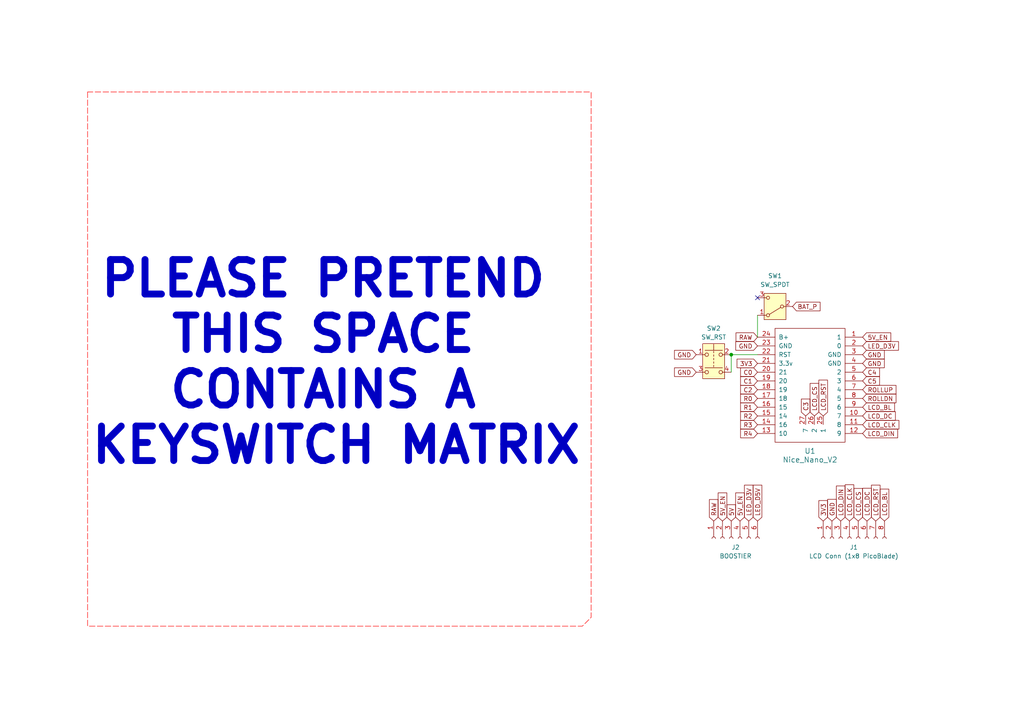
<source format=kicad_sch>
(kicad_sch (version 20250114) (generator "eeschema") (generator_version "9.0")
  (paper "A4")
  (lib_symbols
    (symbol "Connector:Conn_01x06_Socket" (pin_names (offset 1.016) (hide yes))
      (property "Reference" "J" (at 0 7.62 0))
      (property "Value" "Conn_01x06_Socket" (at 0 -10.16 0))
      (symbol "Conn_01x06_Socket_1_1"
        (polyline (pts (xy -1.27 5.08) (xy -0.508 5.08)) (stroke (width 0.1524)))
        (polyline (pts (xy -1.27 2.54) (xy -0.508 2.54)) (stroke (width 0.1524)))
        (polyline (pts (xy -1.27 0) (xy -0.508 0)) (stroke (width 0.1524)))
        (polyline (pts (xy -1.27 -2.54) (xy -0.508 -2.54)) (stroke (width 0.1524)))
        (polyline (pts (xy -1.27 -5.08) (xy -0.508 -5.08)) (stroke (width 0.1524)))
        (polyline (pts (xy -1.27 -7.62) (xy -0.508 -7.62)) (stroke (width 0.1524)))
        (arc (start 0 4.572) (mid -0.5058 5.08) (end 0 5.588) (stroke (width 0.1524)))
        (arc (start 0 2.032) (mid -0.5058 2.54) (end 0 3.048) (stroke (width 0.1524)))
        (arc (start 0 -0.508) (mid -0.5058 0) (end 0 0.508) (stroke (width 0.1524)))
        (arc (start 0 -3.048) (mid -0.5058 -2.54) (end 0 -2.032) (stroke (width 0.1524)))
        (arc (start 0 -5.588) (mid -0.5058 -5.08) (end 0 -4.572) (stroke (width 0.1524)))
        (arc (start 0 -8.128) (mid -0.5058 -7.62) (end 0 -7.112) (stroke (width 0.1524)))
        (pin passive line (at -5.08 5.08 0) (length 3.81) (name "Pin_1") (number "1"))
        (pin passive line (at -5.08 2.54 0) (length 3.81) (name "Pin_2") (number "2"))
        (pin passive line (at -5.08 0 0) (length 3.81) (name "Pin_3") (number "3"))
        (pin passive line (at -5.08 -2.54 0) (length 3.81) (name "Pin_4") (number "4"))
        (pin passive line (at -5.08 -5.08 0) (length 3.81) (name "Pin_5") (number "5"))
        (pin passive line (at -5.08 -7.62 0) (length 3.81) (name "Pin_6") (number "6"))
      )
    )
    (symbol "Connector:Conn_01x08_Socket" (pin_names (offset 1.016) (hide yes))
      (property "Reference" "J" (at 0 10.16 0))
      (property "Value" "Conn_01x08_Socket" (at 0 -12.7 0))
      (symbol "Conn_01x08_Socket_1_1"
        (polyline (pts (xy -1.27 7.62) (xy -0.508 7.62)) (stroke (width 0.1524)))
        (polyline (pts (xy -1.27 5.08) (xy -0.508 5.08)) (stroke (width 0.1524)))
        (polyline (pts (xy -1.27 2.54) (xy -0.508 2.54)) (stroke (width 0.1524)))
        (polyline (pts (xy -1.27 0) (xy -0.508 0)) (stroke (width 0.1524)))
        (polyline (pts (xy -1.27 -2.54) (xy -0.508 -2.54)) (stroke (width 0.1524)))
        (polyline (pts (xy -1.27 -5.08) (xy -0.508 -5.08)) (stroke (width 0.1524)))
        (polyline (pts (xy -1.27 -7.62) (xy -0.508 -7.62)) (stroke (width 0.1524)))
        (polyline (pts (xy -1.27 -10.16) (xy -0.508 -10.16)) (stroke (width 0.1524)))
        (arc (start 0 7.112) (mid -0.5058 7.62) (end 0 8.128) (stroke (width 0.1524)))
        (arc (start 0 4.572) (mid -0.5058 5.08) (end 0 5.588) (stroke (width 0.1524)))
        (arc (start 0 2.032) (mid -0.5058 2.54) (end 0 3.048) (stroke (width 0.1524)))
        (arc (start 0 -0.508) (mid -0.5058 0) (end 0 0.508) (stroke (width 0.1524)))
        (arc (start 0 -3.048) (mid -0.5058 -2.54) (end 0 -2.032) (stroke (width 0.1524)))
        (arc (start 0 -5.588) (mid -0.5058 -5.08) (end 0 -4.572) (stroke (width 0.1524)))
        (arc (start 0 -8.128) (mid -0.5058 -7.62) (end 0 -7.112) (stroke (width 0.1524)))
        (arc (start 0 -10.668) (mid -0.5058 -10.16) (end 0 -9.652) (stroke (width 0.1524)))
        (pin passive line (at -5.08 7.62 0) (length 3.81) (name "Pin_1") (number "1"))
        (pin passive line (at -5.08 5.08 0) (length 3.81) (name "Pin_2") (number "2"))
        (pin passive line (at -5.08 2.54 0) (length 3.81) (name "Pin_3") (number "3"))
        (pin passive line (at -5.08 0 0) (length 3.81) (name "Pin_4") (number "4"))
        (pin passive line (at -5.08 -2.54 0) (length 3.81) (name "Pin_5") (number "5"))
        (pin passive line (at -5.08 -5.08 0) (length 3.81) (name "Pin_6") (number "6"))
        (pin passive line (at -5.08 -7.62 0) (length 3.81) (name "Pin_7") (number "7"))
        (pin passive line (at -5.08 -10.16 0) (length 3.81) (name "Pin_8") (number "8"))
      )
    )
    (symbol "ScottoKeebs:MCU_Nice_Nano_V2" (pin_names (offset 1.016))
      (property "Reference" "U" (at 0 0 0))
      (property "Value" "Nice_Nano_V2" (at 0 -19.05 0))
      (symbol "MCU_Nice_Nano_V2_0_1"
        (rectangle (start -10.16 16.51) (end 10.16 -16.51))
      )
      (symbol "MCU_Nice_Nano_V2_1_1"
        (pin input line (at -15.24 13.97 0) (length 5.08) (name "1") (number "1"))
        (pin input line (at -15.24 11.43 0) (length 5.08) (name "0") (number "2"))
        (pin input line (at -15.24 8.89 0) (length 5.08) (name "GND") (number "3"))
        (pin input line (at -15.24 6.35 0) (length 5.08) (name "GND") (number "4"))
        (pin input line (at -15.24 3.81 0) (length 5.08) (name "2") (number "5"))
        (pin input line (at -15.24 1.27 0) (length 5.08) (name "3") (number "6"))
        (pin input line (at -15.24 -1.27 0) (length 5.08) (name "4") (number "7"))
        (pin input line (at -15.24 -3.81 0) (length 5.08) (name "5") (number "8"))
        (pin input line (at -15.24 -6.35 0) (length 5.08) (name "6") (number "9"))
        (pin input line (at -15.24 -8.89 0) (length 5.08) (name "7") (number "10"))
        (pin input line (at -15.24 -11.43 0) (length 5.08) (name "8") (number "11"))
        (pin input line (at -15.24 -13.97 0) (length 5.08) (name "9") (number "12"))
        (pin input line (at -3.81 -8.89 270) (length 2.5) (name "1") (number "25"))
        (pin input line (at -1.27 -8.89 270) (length 2.5) (name "2") (number "26"))
        (pin input line (at 1.27 -8.89 270) (length 2.5) (name "7") (number "27"))
        (pin input line (at 15.24 13.97 180) (length 5.08) (name "B+") (number "24"))
        (pin input line (at 15.24 11.43 180) (length 5.08) (name "GND") (number "23"))
        (pin input line (at 15.24 8.89 180) (length 5.08) (name "RST") (number "22"))
        (pin input line (at 15.24 6.35 180) (length 5.08) (name "3.3v") (number "21"))
        (pin input line (at 15.24 3.81 180) (length 5.08) (name "21") (number "20"))
        (pin input line (at 15.24 1.27 180) (length 5.08) (name "20") (number "19"))
        (pin input line (at 15.24 -1.27 180) (length 5.08) (name "19") (number "18"))
        (pin input line (at 15.24 -3.81 180) (length 5.08) (name "18") (number "17"))
        (pin input line (at 15.24 -6.35 180) (length 5.08) (name "15") (number "16"))
        (pin input line (at 15.24 -8.89 180) (length 5.08) (name "14") (number "15"))
        (pin input line (at 15.24 -11.43 180) (length 5.08) (name "16") (number "14"))
        (pin input line (at 15.24 -13.97 180) (length 5.08) (name "10") (number "13"))
      )
    )
    (symbol "Switch:SW_Push_Dual" (pin_names (offset 1.016) (hide yes))
      (property "Reference" "SW" (at 0 7.62 0))
      (property "Value" "SW_Push_Dual" (at 0 -6.35 0))
      (symbol "SW_Push_Dual_0_1"
        (circle (center -2.032 2.54) (radius 0.508))
        (circle (center -2.032 -2.54) (radius 0.508))
        (polyline (pts (xy 0 3.81) (xy 0 5.588)))
        (polyline (pts (xy 0 3.048) (xy 0 3.556)))
        (polyline (pts (xy 0 2.032) (xy 0 2.54)))
        (polyline (pts (xy 0 1.016) (xy 0 1.524)))
        (polyline (pts (xy 0 0.508) (xy 0 0)))
        (polyline (pts (xy 0 -0.508) (xy 0 -1.016)))
        (circle (center 2.032 2.54) (radius 0.508))
        (circle (center 2.032 -2.54) (radius 0.508))
        (polyline (pts (xy 2.54 3.81) (xy -2.54 3.81)))
        (polyline (pts (xy 2.54 -1.27) (xy -2.54 -1.27)))
        (pin passive line (at -5.08 2.54 0) (length 2.54) (name "1") (number "1"))
        (pin passive line (at -5.08 -2.54 0) (length 2.54) (name "3") (number "3"))
        (pin passive line (at 5.08 2.54 180) (length 2.54) (name "2") (number "2"))
        (pin passive line (at 5.08 -2.54 180) (length 2.54) (name "4") (number "4"))
      )
      (symbol "SW_Push_Dual_1_1"
        (rectangle (start -3.175 5.715) (end 3.175 -4.445) (fill (type background)))
      )
    )
    (symbol "Switch:SW_SPDT" (pin_names (offset 0) (hide yes))
      (property "Reference" "SW" (at 0 5.08 0))
      (property "Value" "SW_SPDT" (at 0 -5.08 0))
      (symbol "SW_SPDT_0_1"
        (circle (center -2.032 0) (radius 0.4572))
        (polyline (pts (xy -1.651 0.254) (xy 1.651 2.286)))
        (circle (center 2.032 2.54) (radius 0.4572))
        (circle (center 2.032 -2.54) (radius 0.4572))
      )
      (symbol "SW_SPDT_1_1"
        (rectangle (start -3.175 3.81) (end 3.175 -3.81) (fill (type background)))
        (pin passive line (at -5.08 0 0) (length 2.54) (name "B") (number "2"))
        (pin passive line (at 5.08 2.54 180) (length 2.54) (name "A") (number "1"))
        (pin passive line (at 5.08 -2.54 180) (length 2.54) (name "C") (number "3"))
      )
    )
  )
  (text "PLEASE PRETEND \nTHIS SPACE \nCONTAINS A \nKEYSWITCH MATRIX" (at 97.536 105.156 0) (effects (font (size 10 10) (thickness 2) (bold yes))))
  (junction (at 212.09 102.87))
  (no_connect (at 219.71 86.36))
  (wire (pts (xy 212.09 102.87) (xy 219.71 102.87)))
  (wire (pts (xy 219.71 91.44) (xy 219.71 97.79)))
  (wire (pts (xy 212.09 102.87) (xy 212.09 107.95)))
  (global_label "GND" (shape input) (at 201.93 107.95 180) (property "Intersheetrefs" "${INTERSHEET_REFS}" (effects (hide yes))))
  (global_label "C3" (shape input) (at 233.68 120.65 90) (property "Intersheetrefs" "${INTERSHEET_REFS}" (effects (hide yes))))
  (global_label "C5" (shape input) (at 250.19 110.49 0) (property "Intersheetrefs" "${INTERSHEET_REFS}" (effects (hide yes))))
  (global_label "LCD_CLK" (shape input) (at 250.19 123.19 0) (property "Intersheetrefs" "${INTERSHEET_REFS}" (effects (hide yes))))
  (global_label "RAW" (shape input) (at 219.71 97.79 180) (property "Intersheetrefs" "${INTERSHEET_REFS}" (effects (hide yes))))
  (global_label "BAT_P" (shape input) (at 229.87 88.9 0) (property "Intersheetrefs" "${INTERSHEET_REFS}" (effects (hide yes))))
  (global_label "R4" (shape input) (at 219.71 125.73 180) (property "Intersheetrefs" "${INTERSHEET_REFS}" (effects (hide yes))))
  (global_label "GND" (shape input) (at 250.19 105.41 0) (property "Intersheetrefs" "${INTERSHEET_REFS}" (effects (hide yes))))
  (global_label "ROLLDN" (shape input) (at 250.19 115.57 0) (property "Intersheetrefs" "${INTERSHEET_REFS}" (effects (hide yes))))
  (global_label "5V_EN" (shape input) (at 209.55 151.13 90) (property "Intersheetrefs" "${INTERSHEET_REFS}" (effects (hide yes))))
  (global_label "LCD_DIN" (shape input) (at 250.19 125.73 0) (property "Intersheetrefs" "${INTERSHEET_REFS}" (effects (hide yes))))
  (global_label "5V_EN" (shape input) (at 214.63 151.13 90) (property "Intersheetrefs" "${INTERSHEET_REFS}" (effects (hide yes))))
  (global_label "LCD_RST" (shape input) (at 238.76 120.65 90) (property "Intersheetrefs" "${INTERSHEET_REFS}" (effects (hide yes))))
  (global_label "C1" (shape input) (at 219.71 110.49 180) (property "Intersheetrefs" "${INTERSHEET_REFS}" (effects (hide yes))))
  (global_label "LCD_DIN" (shape input) (at 243.84 151.13 90) (property "Intersheetrefs" "${INTERSHEET_REFS}" (effects (hide yes))))
  (global_label "LED_D5V" (shape input) (at 219.71 151.13 90) (property "Intersheetrefs" "${INTERSHEET_REFS}" (effects (hide yes))))
  (global_label "3V3" (shape input) (at 238.76 151.13 90) (property "Intersheetrefs" "${INTERSHEET_REFS}" (effects (hide yes))))
  (global_label "LCD_DC" (shape input) (at 251.46 151.13 90) (property "Intersheetrefs" "${INTERSHEET_REFS}" (effects (hide yes))))
  (global_label "GND" (shape input) (at 219.71 100.33 180) (property "Intersheetrefs" "${INTERSHEET_REFS}" (effects (hide yes))))
  (global_label "LCD_CLK" (shape input) (at 246.38 151.13 90) (property "Intersheetrefs" "${INTERSHEET_REFS}" (effects (hide yes))))
  (global_label "LED_D3V" (shape input) (at 217.17 151.13 90) (property "Intersheetrefs" "${INTERSHEET_REFS}" (effects (hide yes))))
  (global_label "C4" (shape input) (at 250.19 107.95 0) (property "Intersheetrefs" "${INTERSHEET_REFS}" (effects (hide yes))))
  (global_label "5V" (shape input) (at 212.09 151.13 90) (property "Intersheetrefs" "${INTERSHEET_REFS}" (effects (hide yes))))
  (global_label "5V_EN" (shape input) (at 250.19 97.79 0) (property "Intersheetrefs" "${INTERSHEET_REFS}" (effects (hide yes))))
  (global_label "GND" (shape input) (at 250.19 102.87 0) (property "Intersheetrefs" "${INTERSHEET_REFS}" (effects (hide yes))))
  (global_label "R2" (shape input) (at 219.71 120.65 180) (property "Intersheetrefs" "${INTERSHEET_REFS}" (effects (hide yes))))
  (global_label "R3" (shape input) (at 219.71 123.19 180) (property "Intersheetrefs" "${INTERSHEET_REFS}" (effects (hide yes))))
  (global_label "R1" (shape input) (at 219.71 118.11 180) (property "Intersheetrefs" "${INTERSHEET_REFS}" (effects (hide yes))))
  (global_label "GND" (shape input) (at 241.3 151.13 90) (property "Intersheetrefs" "${INTERSHEET_REFS}" (effects (hide yes))))
  (global_label "R0" (shape input) (at 219.71 115.57 180) (property "Intersheetrefs" "${INTERSHEET_REFS}" (effects (hide yes))))
  (global_label "LCD_CS" (shape input) (at 248.92 151.13 90) (property "Intersheetrefs" "${INTERSHEET_REFS}" (effects (hide yes))))
  (global_label "RAW" (shape input) (at 207.01 151.13 90) (property "Intersheetrefs" "${INTERSHEET_REFS}" (effects (hide yes))))
  (global_label "LCD_BL" (shape input) (at 256.54 151.13 90) (property "Intersheetrefs" "${INTERSHEET_REFS}" (effects (hide yes))))
  (global_label "GND" (shape input) (at 201.93 102.87 180) (property "Intersheetrefs" "${INTERSHEET_REFS}" (effects (hide yes))))
  (global_label "LED_D3V" (shape input) (at 250.19 100.33 0) (property "Intersheetrefs" "${INTERSHEET_REFS}" (effects (hide yes))))
  (global_label "LCD_CS" (shape input) (at 236.22 120.65 90) (property "Intersheetrefs" "${INTERSHEET_REFS}" (effects (hide yes))))
  (global_label "C2" (shape input) (at 219.71 113.03 180) (property "Intersheetrefs" "${INTERSHEET_REFS}" (effects (hide yes))))
  (global_label "LCD_RST" (shape input) (at 254 151.13 90) (property "Intersheetrefs" "${INTERSHEET_REFS}" (effects (hide yes))))
  (global_label "3V3" (shape input) (at 219.71 105.41 180) (property "Intersheetrefs" "${INTERSHEET_REFS}" (effects (hide yes))))
  (global_label "LCD_DC" (shape input) (at 250.19 120.65 0) (property "Intersheetrefs" "${INTERSHEET_REFS}" (effects (hide yes))))
  (global_label "C0" (shape input) (at 219.71 107.95 180) (property "Intersheetrefs" "${INTERSHEET_REFS}" (effects (hide yes))))
  (global_label "ROLLUP" (shape input) (at 250.19 113.03 0) (property "Intersheetrefs" "${INTERSHEET_REFS}" (effects (hide yes))))
  (global_label "LCD_BL" (shape input) (at 250.19 118.11 0) (property "Intersheetrefs" "${INTERSHEET_REFS}" (effects (hide yes))))
  (rule_area (polyline (pts (xy 25.4 26.67) (xy 25.4 181.61) (xy 168.91 181.61) (xy 171.45 179.07) (xy 171.45 26.67)) (stroke (width 0) (type dash))))
  (symbol (lib_id "Switch:SW_SPDT") (at 224.79 88.9 180) (unit 1)
    (property "Reference" "SW1" (at 224.79 80.01 0))
    (property "Value" "SW_SPDT" (at 224.79 82.55 0))
    (property "Description" "Switch, single pole double throw" (effects (hide yes)))
  )
  (symbol (lib_id "ScottoKeebs:MCU_Nice_Nano_V2") (at 234.95 111.76 0) (mirror y) (unit 1)
    (property "Reference" "U1" (at 234.95 130.81 0) (effects (font (size 1.524 1.524))))
    (property "Value" "Nice_Nano_V2" (at 234.95 133.35 0) (effects (font (size 1.524 1.524))))
    (property "Footprint" "ScottoKeebs_MCU:Nice_Nano_V2" (effects (hide yes)))
  )
  (symbol (lib_id "Switch:SW_Push_Dual") (at 207.01 105.41 0) (unit 1)
    (property "Reference" "SW2" (at 207.01 95.25 0))
    (property "Value" "SW_RST" (at 207.01 97.79 0))
    (property "Description" "Push button switch, generic, symbol, four pins" (effects (hide yes)))
  )
  (symbol (lib_id "Connector:Conn_01x08_Socket") (at 246.38 156.21 90) (mirror x) (unit 1)
    (property "Reference" "J1" (at 247.65 158.75 90))
    (property "Value" "LCD Conn (1x8 PicoBlade)" (at 247.65 161.29 90))
    (property "Description" "Generic connector, single row, 01x08, script generated" (effects (hide yes)))
  )
  (symbol (lib_id "Connector:Conn_01x06_Socket") (at 212.09 156.21 90) (mirror x) (unit 1)
    (property "Reference" "J2" (at 213.36 158.75 90))
    (property "Value" "BOOSTIER" (at 213.36 161.29 90))
    (property "Description" "Generic connector, single row, 01x06, script generated" (effects (hide yes)))
  )
)
</source>
